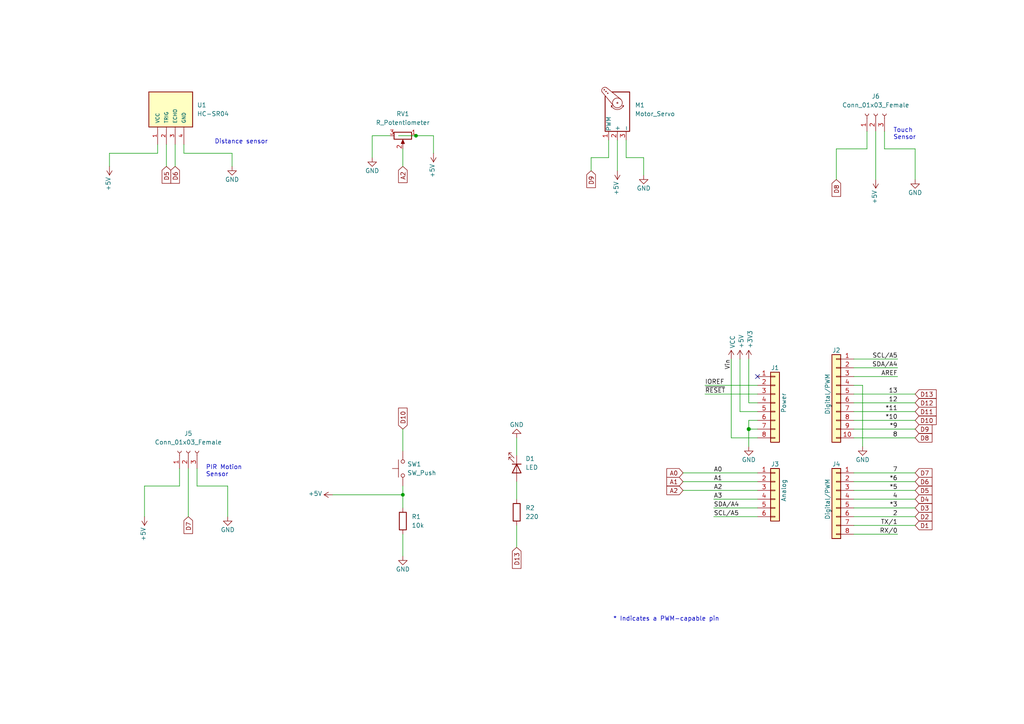
<source format=kicad_sch>
(kicad_sch (version 20211123) (generator eeschema)
  (paper "A4")
  (title_block (date "mar. 31 mars 2015"))
  (lib_symbols
    (symbol "Connector:Conn_01x03_Female" (pin_names (offset 1.016) hide)
      (property "Reference" "J" (at 0 5.08 0))
      (property "Value" "Conn_01x03_Female" (at 0 -5.08 0))
      (symbol "Conn_01x03_Female_1_1"
        (arc (start 0 -2.032) (mid -0.508 -2.54) (end 0 -3.048) (stroke (width 0.1524)))
        (polyline (pts (xy -1.27 -2.54) (xy -0.508 -2.54)) (stroke (width 0.1524)))
        (polyline (pts (xy -1.27 0) (xy -0.508 0)) (stroke (width 0.1524)))
        (polyline (pts (xy -1.27 2.54) (xy -0.508 2.54)) (stroke (width 0.1524)))
        (arc (start 0 0.508) (mid -0.508 0) (end 0 -0.508) (stroke (width 0.1524)))
        (arc (start 0 3.048) (mid -0.508 2.54) (end 0 2.032) (stroke (width 0.1524)))
        (pin passive line (at -5.08 2.54 0) (length 3.81) (name "Pin_1") (number "1"))
        (pin passive line (at -5.08 0 0) (length 3.81) (name "Pin_2") (number "2"))
        (pin passive line (at -5.08 -2.54 0) (length 3.81) (name "Pin_3") (number "3"))
      )
    )
    (symbol "Connector_Generic:Conn_01x06" (pin_names (offset 1.016) hide)
      (property "Reference" "J" (at 0 7.62 0))
      (property "Value" "Conn_01x06" (at 0 -10.16 0))
      (symbol "Conn_01x06_1_1"
        (rectangle (start -1.27 -7.493) (end 0 -7.747) (stroke (width 0.1524)))
        (rectangle (start -1.27 -4.953) (end 0 -5.207) (stroke (width 0.1524)))
        (rectangle (start -1.27 -2.413) (end 0 -2.667) (stroke (width 0.1524)))
        (rectangle (start -1.27 0.127) (end 0 -0.127) (stroke (width 0.1524)))
        (rectangle (start -1.27 2.667) (end 0 2.413) (stroke (width 0.1524)))
        (rectangle (start -1.27 5.207) (end 0 4.953) (stroke (width 0.1524)))
        (rectangle (start -1.27 6.35) (end 1.27 -8.89) (stroke (width 0.254)) (fill (type background)))
        (pin passive line (at -5.08 5.08 0) (length 3.81) (name "Pin_1") (number "1"))
        (pin passive line (at -5.08 2.54 0) (length 3.81) (name "Pin_2") (number "2"))
        (pin passive line (at -5.08 0 0) (length 3.81) (name "Pin_3") (number "3"))
        (pin passive line (at -5.08 -2.54 0) (length 3.81) (name "Pin_4") (number "4"))
        (pin passive line (at -5.08 -5.08 0) (length 3.81) (name "Pin_5") (number "5"))
        (pin passive line (at -5.08 -7.62 0) (length 3.81) (name "Pin_6") (number "6"))
      )
    )
    (symbol "Connector_Generic:Conn_01x08" (pin_names (offset 1.016) hide)
      (property "Reference" "J" (at 0 10.16 0))
      (property "Value" "Conn_01x08" (at 0 -12.7 0))
      (symbol "Conn_01x08_1_1"
        (rectangle (start -1.27 -10.033) (end 0 -10.287) (stroke (width 0.1524)))
        (rectangle (start -1.27 -7.493) (end 0 -7.747) (stroke (width 0.1524)))
        (rectangle (start -1.27 -4.953) (end 0 -5.207) (stroke (width 0.1524)))
        (rectangle (start -1.27 -2.413) (end 0 -2.667) (stroke (width 0.1524)))
        (rectangle (start -1.27 0.127) (end 0 -0.127) (stroke (width 0.1524)))
        (rectangle (start -1.27 2.667) (end 0 2.413) (stroke (width 0.1524)))
        (rectangle (start -1.27 5.207) (end 0 4.953) (stroke (width 0.1524)))
        (rectangle (start -1.27 7.747) (end 0 7.493) (stroke (width 0.1524)))
        (rectangle (start -1.27 8.89) (end 1.27 -11.43) (stroke (width 0.254)) (fill (type background)))
        (pin passive line (at -5.08 7.62 0) (length 3.81) (name "Pin_1") (number "1"))
        (pin passive line (at -5.08 5.08 0) (length 3.81) (name "Pin_2") (number "2"))
        (pin passive line (at -5.08 2.54 0) (length 3.81) (name "Pin_3") (number "3"))
        (pin passive line (at -5.08 0 0) (length 3.81) (name "Pin_4") (number "4"))
        (pin passive line (at -5.08 -2.54 0) (length 3.81) (name "Pin_5") (number "5"))
        (pin passive line (at -5.08 -5.08 0) (length 3.81) (name "Pin_6") (number "6"))
        (pin passive line (at -5.08 -7.62 0) (length 3.81) (name "Pin_7") (number "7"))
        (pin passive line (at -5.08 -10.16 0) (length 3.81) (name "Pin_8") (number "8"))
      )
    )
    (symbol "Connector_Generic:Conn_01x10" (pin_names (offset 1.016) hide)
      (property "Reference" "J" (at 0 12.7 0))
      (property "Value" "Conn_01x10" (at 0 -15.24 0))
      (symbol "Conn_01x10_1_1"
        (rectangle (start -1.27 -12.573) (end 0 -12.827) (stroke (width 0.1524)))
        (rectangle (start -1.27 -10.033) (end 0 -10.287) (stroke (width 0.1524)))
        (rectangle (start -1.27 -7.493) (end 0 -7.747) (stroke (width 0.1524)))
        (rectangle (start -1.27 -4.953) (end 0 -5.207) (stroke (width 0.1524)))
        (rectangle (start -1.27 -2.413) (end 0 -2.667) (stroke (width 0.1524)))
        (rectangle (start -1.27 0.127) (end 0 -0.127) (stroke (width 0.1524)))
        (rectangle (start -1.27 2.667) (end 0 2.413) (stroke (width 0.1524)))
        (rectangle (start -1.27 5.207) (end 0 4.953) (stroke (width 0.1524)))
        (rectangle (start -1.27 7.747) (end 0 7.493) (stroke (width 0.1524)))
        (rectangle (start -1.27 10.287) (end 0 10.033) (stroke (width 0.1524)))
        (rectangle (start -1.27 11.43) (end 1.27 -13.97) (stroke (width 0.254)) (fill (type background)))
        (pin passive line (at -5.08 10.16 0) (length 3.81) (name "Pin_1") (number "1"))
        (pin passive line (at -5.08 -12.7 0) (length 3.81) (name "Pin_10") (number "10"))
        (pin passive line (at -5.08 7.62 0) (length 3.81) (name "Pin_2") (number "2"))
        (pin passive line (at -5.08 5.08 0) (length 3.81) (name "Pin_3") (number "3"))
        (pin passive line (at -5.08 2.54 0) (length 3.81) (name "Pin_4") (number "4"))
        (pin passive line (at -5.08 0 0) (length 3.81) (name "Pin_5") (number "5"))
        (pin passive line (at -5.08 -2.54 0) (length 3.81) (name "Pin_6") (number "6"))
        (pin passive line (at -5.08 -5.08 0) (length 3.81) (name "Pin_7") (number "7"))
        (pin passive line (at -5.08 -7.62 0) (length 3.81) (name "Pin_8") (number "8"))
        (pin passive line (at -5.08 -10.16 0) (length 3.81) (name "Pin_9") (number "9"))
      )
    )
    (symbol "Device:LED" (pin_numbers hide) (pin_names (offset 1.016) hide)
      (property "Reference" "D" (at 0 2.54 0))
      (property "Value" "LED" (at 0 -2.54 0))
      (symbol "LED_0_1"
        (polyline (pts (xy -1.27 -1.27) (xy -1.27 1.27)) (stroke (width 0.254)))
        (polyline (pts (xy -1.27 0) (xy 1.27 0)))
        (polyline (pts (xy 1.27 -1.27) (xy 1.27 1.27) (xy -1.27 0) (xy 1.27 -1.27)) (stroke (width 0.254)))
        (polyline (pts (xy -3.048 -0.762) (xy -4.572 -2.286) (xy -3.81 -2.286) (xy -4.572 -2.286) (xy -4.572 -1.524)))
        (polyline (pts (xy -1.778 -0.762) (xy -3.302 -2.286) (xy -2.54 -2.286) (xy -3.302 -2.286) (xy -3.302 -1.524)))
      )
      (symbol "LED_1_1"
        (pin passive line (at -3.81 0 0) (length 2.54) (name "K") (number "1"))
        (pin passive line (at 3.81 0 180) (length 2.54) (name "A") (number "2"))
      )
    )
    (symbol "Device:R" (pin_numbers hide) (pin_names (offset 0))
      (property "Reference" "R" (at 2.032 0 90))
      (property "Value" "R" (at 0 0 90))
      (symbol "R_0_1"
        (rectangle (start -1.016 -2.54) (end 1.016 2.54) (stroke (width 0.254)))
      )
      (symbol "R_1_1"
        (pin passive line (at 0 3.81 270) (length 1.27) (name "~") (number "1"))
        (pin passive line (at 0 -3.81 90) (length 1.27) (name "~") (number "2"))
      )
    )
    (symbol "Device:R_Potentiometer" (pin_names (offset 1.016) hide)
      (property "Reference" "RV" (at -4.445 0 90))
      (property "Value" "R_Potentiometer" (at -2.54 0 90))
      (symbol "R_Potentiometer_0_1"
        (polyline (pts (xy 2.54 0) (xy 1.524 0)))
        (polyline (pts (xy 1.143 0) (xy 2.286 0.508) (xy 2.286 -0.508) (xy 1.143 0)) (fill (type outline)))
        (rectangle (start 1.016 2.54) (end -1.016 -2.54) (stroke (width 0.254)))
      )
      (symbol "R_Potentiometer_1_1"
        (pin passive line (at 0 3.81 270) (length 1.27) (name "1") (number "1"))
        (pin passive line (at 3.81 0 180) (length 1.27) (name "2") (number "2"))
        (pin passive line (at 0 -3.81 90) (length 1.27) (name "3") (number "3"))
      )
    )
    (symbol "HC-SR04:HC-SR04" (pin_names (offset 1.016))
      (property "Reference" "U" (at 0 5.0813 0))
      (property "Value" "HC-SR04" (at 0 -10.163 0))
      (symbol "HC-SR04_0_0"
        (rectangle (start 0 -7.62) (end 10.16 5.08) (stroke (width 0.254)) (fill (type background)))
        (pin power_in line (at -5.08 2.54 0) (length 5.08) (name "VCC") (number "1"))
        (pin bidirectional line (at -5.08 0 0) (length 5.08) (name "TRIG") (number "2"))
        (pin bidirectional line (at -5.08 -2.54 0) (length 5.08) (name "ECHO") (number "3"))
        (pin power_in line (at -5.08 -5.08 0) (length 5.08) (name "GND") (number "4"))
      )
    )
    (symbol "Motor:Motor_Servo" (pin_names (offset 0.0254))
      (property "Reference" "M" (at -5.08 4.445 0))
      (property "Value" "Motor_Servo" (at -5.08 -4.064 0))
      (symbol "Motor_Servo_0_1"
        (polyline (pts (xy 2.413 -1.778) (xy 2.032 -1.778)))
        (polyline (pts (xy 2.413 -1.778) (xy 2.286 -1.397)))
        (polyline (pts (xy 2.413 1.778) (xy 1.905 1.778)))
        (polyline (pts (xy 2.413 1.778) (xy 2.286 1.397)))
        (polyline (pts (xy 6.35 4.445) (xy 2.54 1.27)))
        (polyline (pts (xy 7.62 3.175) (xy 4.191 -1.016)))
        (polyline (pts (xy 5.08 3.556) (xy -5.08 3.556) (xy -5.08 -3.556) (xy 6.35 -3.556) (xy 6.35 1.524)) (stroke (width 0.254)))
        (arc (start 2.413 1.778) (mid 1.2406 0) (end 2.413 -1.778))
        (circle (center 3.175 0) (radius 0.1778))
        (circle (center 3.175 0) (radius 1.4224))
        (circle (center 5.969 2.794) (radius 0.127))
        (circle (center 6.477 3.302) (radius 0.127))
        (circle (center 6.985 3.81) (radius 0.127))
        (arc (start 7.62 3.175) (mid 7.4485 4.2735) (end 6.35 4.445))
      )
      (symbol "Motor_Servo_1_1"
        (pin passive line (at -7.62 2.54 0) (length 2.54) (name "PWM") (number "1"))
        (pin passive line (at -7.62 0 0) (length 2.54) (name "+") (number "2"))
        (pin passive line (at -7.62 -2.54 0) (length 2.54) (name "-") (number "3"))
      )
    )
    (symbol "Switch:SW_Push" (pin_numbers hide) (pin_names (offset 1.016) hide)
      (property "Reference" "SW" (at 1.27 2.54 0))
      (property "Value" "SW_Push" (at 0 -1.524 0))
      (symbol "SW_Push_0_1"
        (circle (center -2.032 0) (radius 0.508))
        (polyline (pts (xy 0 1.27) (xy 0 3.048)))
        (polyline (pts (xy 2.54 1.27) (xy -2.54 1.27)))
        (circle (center 2.032 0) (radius 0.508))
        (pin passive line (at -5.08 0 0) (length 2.54) (name "1") (number "1"))
        (pin passive line (at 5.08 0 180) (length 2.54) (name "2") (number "2"))
      )
    )
    (symbol "power:+3V3" (power) (pin_names (offset 0))
      (property "Value" "+3V3" (at 0 3.556 0))
      (symbol "+3V3_0_1"
        (polyline (pts (xy -0.762 1.27) (xy 0 2.54)))
        (polyline (pts (xy 0 0) (xy 0 2.54)))
        (polyline (pts (xy 0 2.54) (xy 0.762 1.27)))
      )
      (symbol "+3V3_1_1"
        (pin power_in line (at 0 0 90) (length 0) hide (name "+3V3") (number "1"))
      )
    )
    (symbol "power:+5V" (power) (pin_names (offset 0))
      (property "Value" "+5V" (at 0 3.556 0))
      (symbol "+5V_0_1"
        (polyline (pts (xy -0.762 1.27) (xy 0 2.54)))
        (polyline (pts (xy 0 0) (xy 0 2.54)))
        (polyline (pts (xy 0 2.54) (xy 0.762 1.27)))
      )
      (symbol "+5V_1_1"
        (pin power_in line (at 0 0 90) (length 0) hide (name "+5V") (number "1"))
      )
    )
    (symbol "power:GND" (power) (pin_names (offset 0))
      (property "Value" "GND" (at 0 -3.81 0))
      (symbol "GND_0_1"
        (polyline (pts (xy 0 0) (xy 0 -1.27) (xy 1.27 -1.27) (xy 0 -2.54) (xy -1.27 -1.27) (xy 0 -1.27)))
      )
      (symbol "GND_1_1"
        (pin power_in line (at 0 0 270) (length 0) hide (name "GND") (number "1"))
      )
    )
    (symbol "power:VCC" (power) (pin_names (offset 0))
      (property "Value" "VCC" (at 0 3.81 0))
      (symbol "VCC_0_1"
        (polyline (pts (xy -0.762 1.27) (xy 0 2.54)))
        (polyline (pts (xy 0 0) (xy 0 2.54)))
        (polyline (pts (xy 0 2.54) (xy 0.762 1.27)))
      )
      (symbol "VCC_1_1"
        (pin power_in line (at 0 0 90) (length 0) hide (name "VCC") (number "1"))
      )
    )
  )
  (junction (at 217.17 124.46) (diameter 1.016))
  (junction (at 116.84 143.51))
  (junction (at 120.65 39.37))
  (no_connect (at 219.71 109.22))
  (wire (pts (xy 116.84 43.18) (xy 116.84 48.26)))
  (wire (pts (xy 247.65 154.94) (xy 260.35 154.94)))
  (wire (pts (xy 52.07 140.97) (xy 41.91 140.97)))
  (wire (pts (xy 120.65 39.37) (xy 125.73 39.37)))
  (wire (pts (xy 181.61 45.72) (xy 186.69 45.72)))
  (wire (pts (xy 247.65 121.92) (xy 265.43 121.92)))
  (wire (pts (xy 247.65 104.14) (xy 260.35 104.14)))
  (wire (pts (xy 67.31 48.26) (xy 67.31 44.45)))
  (wire (pts (xy 217.17 121.92) (xy 217.17 124.46)))
  (wire (pts (xy 207.01 149.86) (xy 219.71 149.86)))
  (wire (pts (xy 57.15 135.89) (xy 57.15 140.97)))
  (wire (pts (xy 217.17 124.46) (xy 217.17 129.54)))
  (wire (pts (xy 67.31 44.45) (xy 53.34 44.45)))
  (wire (pts (xy 217.17 116.84) (xy 219.71 116.84)))
  (wire (pts (xy 214.63 119.38) (xy 219.71 119.38)))
  (wire (pts (xy 57.15 140.97) (xy 66.04 140.97)))
  (wire (pts (xy 242.57 52.07) (xy 242.57 43.18)))
  (wire (pts (xy 214.63 104.14) (xy 214.63 119.38)))
  (wire (pts (xy 179.07 40.64) (xy 179.07 49.53)))
  (wire (pts (xy 48.26 41.91) (xy 48.26 48.26)))
  (wire (pts (xy 53.34 44.45) (xy 53.34 41.91)))
  (wire (pts (xy 247.65 114.3) (xy 265.43 114.3)))
  (wire (pts (xy 217.17 104.14) (xy 217.17 116.84)))
  (wire (pts (xy 247.65 137.16) (xy 265.43 137.16)))
  (wire (pts (xy 198.12 137.16) (xy 219.71 137.16)))
  (wire (pts (xy 247.65 116.84) (xy 265.43 116.84)))
  (wire (pts (xy 247.65 139.7) (xy 265.43 139.7)))
  (wire (pts (xy 41.91 140.97) (xy 41.91 149.86)))
  (wire (pts (xy 50.8 41.91) (xy 50.8 48.26)))
  (wire (pts (xy 125.73 39.37) (xy 125.73 44.45)))
  (wire (pts (xy 176.53 45.72) (xy 176.53 40.64)))
  (wire (pts (xy 52.07 135.89) (xy 52.07 140.97)))
  (wire (pts (xy 149.86 152.4) (xy 149.86 158.75)))
  (wire (pts (xy 247.65 124.46) (xy 265.43 124.46)))
  (wire (pts (xy 265.43 43.18) (xy 256.54 43.18)))
  (wire (pts (xy 66.04 140.97) (xy 66.04 149.86)))
  (wire (pts (xy 247.65 144.78) (xy 265.43 144.78)))
  (wire (pts (xy 186.69 45.72) (xy 186.69 50.8)))
  (wire (pts (xy 265.43 52.07) (xy 265.43 43.18)))
  (wire (pts (xy 31.75 48.26) (xy 31.75 44.45)))
  (wire (pts (xy 54.61 135.89) (xy 54.61 149.86)))
  (wire (pts (xy 204.47 111.76) (xy 219.71 111.76)))
  (wire (pts (xy 113.03 39.37) (xy 107.95 39.37)))
  (wire (pts (xy 250.19 111.76) (xy 250.19 129.54)))
  (wire (pts (xy 116.84 140.97) (xy 116.84 143.51)))
  (wire (pts (xy 247.65 109.22) (xy 260.35 109.22)))
  (wire (pts (xy 149.86 139.7) (xy 149.86 144.78)))
  (wire (pts (xy 198.12 142.24) (xy 219.71 142.24)))
  (wire (pts (xy 204.47 114.3) (xy 219.71 114.3)))
  (wire (pts (xy 219.71 124.46) (xy 217.17 124.46)))
  (wire (pts (xy 254 38.1) (xy 254 52.07)))
  (wire (pts (xy 31.75 44.45) (xy 45.72 44.45)))
  (wire (pts (xy 219.71 127) (xy 212.09 127)))
  (wire (pts (xy 115.57 39.37) (xy 120.65 39.37)))
  (wire (pts (xy 251.46 43.18) (xy 251.46 38.1)))
  (wire (pts (xy 198.12 139.7) (xy 219.71 139.7)))
  (wire (pts (xy 116.84 124.46) (xy 116.84 130.81)))
  (wire (pts (xy 45.72 44.45) (xy 45.72 41.91)))
  (wire (pts (xy 116.84 154.94) (xy 116.84 161.29)))
  (wire (pts (xy 247.65 111.76) (xy 250.19 111.76)))
  (wire (pts (xy 256.54 43.18) (xy 256.54 38.1)))
  (wire (pts (xy 219.71 121.92) (xy 217.17 121.92)))
  (wire (pts (xy 171.45 49.53) (xy 171.45 45.72)))
  (wire (pts (xy 171.45 45.72) (xy 176.53 45.72)))
  (wire (pts (xy 247.65 119.38) (xy 265.43 119.38)))
  (wire (pts (xy 247.65 142.24) (xy 265.43 142.24)))
  (wire (pts (xy 207.01 144.78) (xy 219.71 144.78)))
  (wire (pts (xy 242.57 43.18) (xy 251.46 43.18)))
  (wire (pts (xy 247.65 152.4) (xy 265.43 152.4)))
  (wire (pts (xy 107.95 39.37) (xy 107.95 45.72)))
  (wire (pts (xy 181.61 40.64) (xy 181.61 45.72)))
  (wire (pts (xy 247.65 106.68) (xy 260.35 106.68)))
  (wire (pts (xy 247.65 149.86) (xy 265.43 149.86)))
  (wire (pts (xy 96.52 143.51) (xy 116.84 143.51)))
  (wire (pts (xy 247.65 147.32) (xy 265.43 147.32)))
  (wire (pts (xy 149.86 127) (xy 149.86 132.08)))
  (wire (pts (xy 212.09 127) (xy 212.09 104.14)))
  (wire (pts (xy 116.84 143.51) (xy 116.84 147.32)))
  (wire (pts (xy 219.71 147.32) (xy 207.01 147.32)))
  (wire (pts (xy 247.65 127) (xy 265.43 127)))
  (text "Distance sensor\n" (at 62.23 41.91 0) (effects (font (size 1.27 1.27)) (justify left bottom)))
  (text "* Indicates a PWM-capable pin" (at 177.8 180.34 0) (effects (font (size 1.27 1.27)) (justify left bottom)))
  (text "Touch\nSensor\n" (at 259.08 40.64 0) (effects (font (size 1.27 1.27)) (justify left bottom)))
  (text "PIR Motion\nSensor\n" (at 59.69 138.43 0) (effects (font (size 1.27 1.27)) (justify left bottom)))
  (label "RX{slash}0" (at 260.35 154.94 180))
  (label "A2" (at 207.01 142.24 0))
  (label "4" (at 260.35 144.78 180))
  (label "2" (at 260.35 149.86 180))
  (label "A3" (at 207.01 144.78 0))
  (label "13" (at 260.35 114.3 180))
  (label "12" (at 260.35 116.84 180))
  (label "~{RESET}" (at 204.47 114.3 0))
  (label "*10" (at 260.35 121.92 180))
  (label "7" (at 260.35 137.16 180))
  (label "SDA{slash}A4" (at 260.35 106.68 180))
  (label "8" (at 260.35 127 180))
  (label "*11" (at 260.35 119.38 180))
  (label "*3" (at 260.35 147.32 180))
  (label "A1" (at 207.01 139.7 0))
  (label "TX{slash}1" (at 260.35 152.4 180))
  (label "A0" (at 207.01 137.16 0))
  (label "AREF" (at 260.35 109.22 180))
  (label "Vin" (at 212.09 104.14 270))
  (label "*6" (at 260.35 139.7 180))
  (label "SCL{slash}A5" (at 260.35 104.14 180))
  (label "*9" (at 260.35 124.46 180))
  (label "*5" (at 260.35 142.24 180))
  (label "IOREF" (at 204.47 111.76 0))
  (label "SDA{slash}A4" (at 207.01 147.32 0))
  (label "SCL{slash}A5" (at 207.01 149.86 0))
  (global_label "D6" (shape input) (at 50.8 48.26 270) (property "Intersheet References" "${INTERSHEET_REFS}" (effects hide)))
  (global_label "D13" (shape input) (at 149.86 158.75 270) (property "Intersheet References" "${INTERSHEET_REFS}" (effects hide)))
  (global_label "D11" (shape input) (at 265.43 119.38 0) (property "Intersheet References" "${INTERSHEET_REFS}" (effects hide)))
  (global_label "D8" (shape input) (at 242.57 52.07 270) (property "Intersheet References" "${INTERSHEET_REFS}" (effects hide)))
  (global_label "D13" (shape input) (at 265.43 114.3 0) (property "Intersheet References" "${INTERSHEET_REFS}" (effects hide)))
  (global_label "D7" (shape input) (at 54.61 149.86 270) (property "Intersheet References" "${INTERSHEET_REFS}" (effects hide)))
  (global_label "D2" (shape input) (at 265.43 149.86 0) (property "Intersheet References" "${INTERSHEET_REFS}" (effects hide)))
  (global_label "D5" (shape input) (at 265.43 142.24 0) (property "Intersheet References" "${INTERSHEET_REFS}" (effects hide)))
  (global_label "D12" (shape input) (at 265.43 116.84 0) (property "Intersheet References" "${INTERSHEET_REFS}" (effects hide)))
  (global_label "D7" (shape input) (at 265.43 137.16 0) (property "Intersheet References" "${INTERSHEET_REFS}" (effects hide)))
  (global_label "D6" (shape input) (at 265.43 139.7 0) (property "Intersheet References" "${INTERSHEET_REFS}" (effects hide)))
  (global_label "D9" (shape input) (at 265.43 124.46 0) (property "Intersheet References" "${INTERSHEET_REFS}" (effects hide)))
  (global_label "A2" (shape input) (at 116.84 48.26 270) (property "Intersheet References" "${INTERSHEET_REFS}" (effects hide)))
  (global_label "D3" (shape input) (at 265.43 147.32 0) (property "Intersheet References" "${INTERSHEET_REFS}" (effects hide)))
  (global_label "D4" (shape input) (at 265.43 144.78 0) (property "Intersheet References" "${INTERSHEET_REFS}" (effects hide)))
  (global_label "D8" (shape input) (at 265.43 127 0) (property "Intersheet References" "${INTERSHEET_REFS}" (effects hide)))
  (global_label "D10" (shape input) (at 265.43 121.92 0) (property "Intersheet References" "${INTERSHEET_REFS}" (effects hide)))
  (global_label "D9" (shape input) (at 171.45 49.53 270) (property "Intersheet References" "${INTERSHEET_REFS}" (effects hide)))
  (global_label "A1" (shape input) (at 198.12 139.7 180) (property "Intersheet References" "${INTERSHEET_REFS}" (effects hide)))
  (global_label "D1" (shape input) (at 265.43 152.4 0) (property "Intersheet References" "${INTERSHEET_REFS}" (effects hide)))
  (global_label "D5" (shape input) (at 48.26 48.26 270) (property "Intersheet References" "${INTERSHEET_REFS}" (effects hide)))
  (global_label "D10" (shape input) (at 116.84 124.46 90) (property "Intersheet References" "${INTERSHEET_REFS}" (effects hide)))
  (global_label "A2" (shape input) (at 198.12 142.24 180) (property "Intersheet References" "${INTERSHEET_REFS}" (effects hide)))
  (global_label "A0" (shape input) (at 198.12 137.16 180) (property "Intersheet References" "${INTERSHEET_REFS}" (effects hide)))
  (symbol (lib_id "Connector_Generic:Conn_01x08") (at 224.79 116.84 0) (unit 1)
    (property "Reference" "J1" (at 224.79 106.68 0))
    (property "Value" "Power" (at 227.33 116.84 90))
    (property "Footprint" "Connector_PinSocket_2.54mm:PinSocket_1x08_P2.54mm_Vertical" (effects hide))
  )
  (symbol (lib_id "power:+3V3") (at 217.17 104.14 0) (unit 1)
    (property "Reference" "#PWR03" (effects hide))
    (property "Value" "+3.3V" (at 217.551 101.092 90) (effects (justify left)))
  )
  (symbol (lib_id "power:+5V") (at 214.63 104.14 0) (unit 1)
    (property "Reference" "#PWR02" (effects hide))
    (property "Value" "+5V" (at 214.9856 101.092 90) (effects (justify left)))
  )
  (symbol (lib_id "power:GND") (at 217.17 129.54 0) (unit 1)
    (property "Reference" "#PWR04" (effects hide))
    (property "Value" "GND" (at 217.17 133.35 0))
  )
  (symbol (lib_id "Connector_Generic:Conn_01x10") (at 242.57 114.3 0) (mirror y) (unit 1)
    (property "Reference" "J2" (at 242.57 101.6 0))
    (property "Value" "Digital/PWM" (at 240.03 114.3 90))
    (property "Footprint" "Connector_PinSocket_2.54mm:PinSocket_1x10_P2.54mm_Vertical" (effects hide))
  )
  (symbol (lib_id "power:GND") (at 250.19 129.54 0) (unit 1)
    (property "Reference" "#PWR05" (effects hide))
    (property "Value" "GND" (at 250.19 133.35 0))
  )
  (symbol (lib_id "Connector_Generic:Conn_01x06") (at 224.79 142.24 0) (unit 1)
    (property "Reference" "J3" (at 224.79 134.62 0))
    (property "Value" "Analog" (at 227.33 142.24 90))
    (property "Footprint" "Connector_PinSocket_2.54mm:PinSocket_1x06_P2.54mm_Vertical" (effects hide))
  )
  (symbol (lib_id "Connector_Generic:Conn_01x08") (at 242.57 144.78 0) (mirror y) (unit 1)
    (property "Reference" "J4" (at 242.57 134.62 0))
    (property "Value" "Digital/PWM" (at 240.03 144.78 90))
    (property "Footprint" "Connector_PinSocket_2.54mm:PinSocket_1x08_P2.54mm_Vertical" (effects hide))
  )
  (symbol (lib_id "power:+5V") (at 254 52.07 180) (unit 1)
    (property "Reference" "#PWR015" (effects hide))
    (property "Value" "+5V" (at 253.6444 55.118 90) (effects (justify left)))
  )
  (symbol (lib_id "Device:R") (at 116.84 151.13 0) (unit 1)
    (property "Reference" "R1" (at 119.38 149.8599 0) (effects (justify left)))
    (property "Value" "10k" (at 119.38 152.3999 0) (effects (justify left)))
    (property "Footprint" "Resistor_THT:R_Axial_DIN0207_L6.3mm_D2.5mm_P10.16mm_Horizontal" (effects hide))
  )
  (symbol (lib_id "Connector:Conn_01x03_Female") (at 54.61 130.81 90) (unit 1)
    (property "Reference" "J5" (at 54.61 125.73 90))
    (property "Value" "Conn_01x03_Female" (at 54.61 128.27 90))
    (property "Footprint" "Connector_PinHeader_2.54mm:PinHeader_1x03_P2.54mm_Vertical" (effects hide))
  )
  (symbol (lib_id "Device:R_Potentiometer") (at 116.84 39.37 270) (unit 1)
    (property "Reference" "RV1" (at 116.84 33.02 90))
    (property "Value" "R_Potentiometer" (at 116.84 35.56 90))
    (property "Footprint" "Potentiometer_THT:Potentiometer_Alps_RK163_Single_Horizontal" (effects hide))
  )
  (symbol (lib_id "power:VCC") (at 212.09 104.14 0) (unit 1)
    (property "Reference" "#PWR01" (effects hide))
    (property "Value" "VCC" (at 212.471 101.092 90) (effects (justify left)))
  )
  (symbol (lib_id "power:GND") (at 265.43 52.07 0) (unit 1)
    (property "Reference" "#PWR016" (effects hide))
    (property "Value" "GND" (at 265.43 55.88 0))
  )
  (symbol (lib_id "power:GND") (at 116.84 161.29 0) (unit 1)
    (property "Reference" "#PWR011" (effects hide))
    (property "Value" "GND" (at 116.84 165.1 0))
  )
  (symbol (lib_id "power:+5V") (at 179.07 49.53 180) (unit 1)
    (property "Reference" "#PWR014" (effects hide))
    (property "Value" "+5V" (at 178.7144 52.578 90) (effects (justify left)))
  )
  (symbol (lib_id "power:GND") (at 149.86 127 180) (unit 1)
    (property "Reference" "#PWR013" (effects hide))
    (property "Value" "GND" (at 149.86 123.19 0))
  )
  (symbol (lib_id "power:GND") (at 66.04 149.86 0) (unit 1)
    (property "Reference" "#PWR08" (effects hide))
    (property "Value" "GND" (at 66.04 153.67 0))
  )
  (symbol (lib_id "Device:LED") (at 149.86 135.89 270) (unit 1)
    (property "Reference" "D1" (at 152.4 133.0324 90) (effects (justify left)))
    (property "Value" "LED" (at 152.4 135.5724 90) (effects (justify left)))
    (property "Footprint" "LED_THT:LED_D5.0mm_IRGrey" (effects hide))
  )
  (symbol (lib_id "HC-SR04:HC-SR04") (at 48.26 36.83 90) (unit 1)
    (property "Reference" "U1" (at 57.15 30.4799 90) (effects (justify right)))
    (property "Value" "HC-SR04" (at 57.15 33.0199 90) (effects (justify right)))
    (property "Footprint" "Connector_PinHeader_2.54mm:PinHeader_1x04_P2.54mm_Vertical" (effects hide))
    (property "MANUFACTURER" "Osepp" (effects hide))
  )
  (symbol (lib_id "power:+5V") (at 96.52 143.51 90) (unit 1)
    (property "Reference" "#PWR0101" (effects hide))
    (property "Value" "+5V" (at 93.472 143.1544 90) (effects (justify left)))
  )
  (symbol (lib_id "Motor:Motor_Servo") (at 179.07 33.02 90) (unit 1)
    (property "Reference" "M1" (at 184.15 30.491 90) (effects (justify right)))
    (property "Value" "Motor_Servo" (at 184.15 33.031 90) (effects (justify right)))
    (property "Footprint" "Connector_PinHeader_2.54mm:PinHeader_1x03_P2.54mm_Vertical" (effects hide))
    (property "Datasheet" "http://forums.parallax.com/uploads/attachments/46831/74481.png" (effects hide))
  )
  (symbol (lib_id "power:+5V") (at 31.75 48.26 180) (unit 1)
    (property "Reference" "#PWR06" (effects hide))
    (property "Value" "+5V" (at 31.3944 51.308 90) (effects (justify left)))
  )
  (symbol (lib_id "power:GND") (at 107.95 45.72 0) (unit 1)
    (property "Reference" "#PWR010" (effects hide))
    (property "Value" "GND" (at 107.95 49.53 0))
  )
  (symbol (lib_id "power:+5V") (at 41.91 149.86 180) (unit 1)
    (property "Reference" "#PWR07" (effects hide))
    (property "Value" "+5V" (at 41.5544 152.908 90) (effects (justify left)))
  )
  (symbol (lib_id "power:GND") (at 67.31 48.26 0) (unit 1)
    (property "Reference" "#PWR09" (effects hide))
    (property "Value" "GND" (at 67.31 52.07 0))
  )
  (symbol (lib_id "power:GND") (at 186.69 50.8 0) (unit 1)
    (property "Reference" "#PWR017" (effects hide))
    (property "Value" "GND" (at 186.69 54.61 0))
  )
  (symbol (lib_id "Switch:SW_Push") (at 116.84 135.89 90) (unit 1)
    (property "Reference" "SW1" (at 118.11 134.6199 90) (effects (justify right)))
    (property "Value" "SW_Push" (at 118.11 137.1599 90) (effects (justify right)))
    (property "Footprint" "Buttons_Switches_THT:SW_PUSH_6mm" (effects hide))
  )
  (symbol (lib_id "Device:R") (at 149.86 148.59 0) (unit 1)
    (property "Reference" "R2" (at 152.4 147.3199 0) (effects (justify left)))
    (property "Value" "220" (at 152.4 149.8599 0) (effects (justify left)))
    (property "Footprint" "Resistor_THT:R_Axial_DIN0207_L6.3mm_D2.5mm_P10.16mm_Horizontal" (effects hide))
  )
  (symbol (lib_id "Connector:Conn_01x03_Female") (at 254 33.02 90) (unit 1)
    (property "Reference" "J6" (at 254 27.94 90))
    (property "Value" "Conn_01x03_Female" (at 254 30.48 90))
    (property "Footprint" "Connector_PinHeader_2.54mm:PinHeader_1x03_P2.54mm_Vertical" (effects hide))
  )
  (symbol (lib_id "power:+5V") (at 125.73 44.45 180) (unit 1)
    (property "Reference" "#PWR012" (effects hide))
    (property "Value" "+5V" (at 125.3744 47.498 90) (effects (justify left)))
  )
)
</source>
